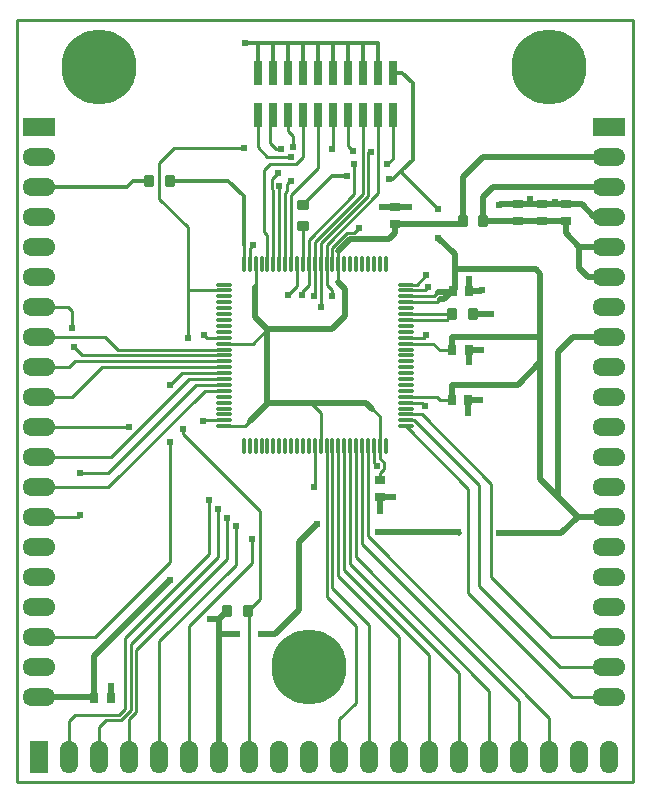
<source format=gtl>
G04*
G04 #@! TF.GenerationSoftware,Altium Limited,Altium Designer,18.1.9 (240)*
G04*
G04 Layer_Physical_Order=1*
G04 Layer_Color=255*
%FSLAX25Y25*%
%MOIN*%
G70*
G01*
G75*
%ADD12C,0.01200*%
%ADD15C,0.01000*%
%ADD16R,0.02953X0.03740*%
G04:AMPARAMS|DCode=17|XSize=39.37mil|YSize=35.43mil|CornerRadius=4.43mil|HoleSize=0mil|Usage=FLASHONLY|Rotation=270.000|XOffset=0mil|YOffset=0mil|HoleType=Round|Shape=RoundedRectangle|*
%AMROUNDEDRECTD17*
21,1,0.03937,0.02657,0,0,270.0*
21,1,0.03051,0.03543,0,0,270.0*
1,1,0.00886,-0.01329,-0.01526*
1,1,0.00886,-0.01329,0.01526*
1,1,0.00886,0.01329,0.01526*
1,1,0.00886,0.01329,-0.01526*
%
%ADD17ROUNDEDRECTD17*%
G04:AMPARAMS|DCode=20|XSize=39.37mil|YSize=35.43mil|CornerRadius=4.43mil|HoleSize=0mil|Usage=FLASHONLY|Rotation=0.000|XOffset=0mil|YOffset=0mil|HoleType=Round|Shape=RoundedRectangle|*
%AMROUNDEDRECTD20*
21,1,0.03937,0.02657,0,0,0.0*
21,1,0.03051,0.03543,0,0,0.0*
1,1,0.00886,0.01526,-0.01329*
1,1,0.00886,-0.01526,-0.01329*
1,1,0.00886,-0.01526,0.01329*
1,1,0.00886,0.01526,0.01329*
%
%ADD20ROUNDEDRECTD20*%
%ADD21R,0.03740X0.02953*%
%ADD22R,0.02992X0.08071*%
%ADD35O,0.01181X0.05512*%
%ADD36O,0.05512X0.01181*%
%ADD37C,0.02000*%
%ADD38C,0.25000*%
%ADD39O,0.11000X0.06000*%
%ADD40R,0.11000X0.06000*%
%ADD41O,0.06000X0.11000*%
%ADD42R,0.06000X0.11000*%
%ADD43C,0.02400*%
D12*
X445500Y347500D02*
X448500Y350500D01*
Y349500D02*
Y350500D01*
X452000Y354000D01*
X448500Y349500D02*
X460500Y337500D01*
X445311Y383000D02*
X448500D01*
X452000Y379500D01*
Y354000D02*
Y379500D01*
X444000Y347500D02*
X445500D01*
X415311Y338815D02*
X425002Y348506D01*
X430000D01*
X395626Y325500D02*
Y341874D01*
X415500Y383000D02*
Y393000D01*
X396000D02*
X400000D01*
X420311D02*
X425311D01*
X415500D02*
X420311D01*
Y383000D02*
Y393000D01*
X425311D02*
X430311D01*
X425311Y383000D02*
Y393000D01*
X430311D02*
X435311D01*
X430311Y383000D02*
Y393000D01*
X435311D02*
X440311D01*
X435311Y383000D02*
Y393000D01*
X440311Y383000D02*
Y393000D01*
X415311Y383000D02*
X415500D01*
X410311Y393000D02*
X415500D01*
X410311Y383000D02*
Y393000D01*
X405311D02*
X410311D01*
X400000D02*
X405311D01*
Y383000D02*
Y393000D01*
X400000D02*
X400311Y392689D01*
Y383000D02*
Y392689D01*
X445311Y383000D02*
X445500Y383189D01*
X390500Y347000D02*
X395626Y341874D01*
X370847Y347000D02*
X390500D01*
X358531D02*
X364154D01*
X356532Y345000D02*
X358531Y347000D01*
X327500Y345000D02*
X356532D01*
D15*
X327500Y265000D02*
X357500D01*
X425000Y357500D02*
X425311Y357811D01*
X393000Y219000D02*
Y232000D01*
X375500Y262500D02*
X400900Y237100D01*
X396847Y203500D02*
X400900Y207554D01*
X377500Y198638D02*
X398500Y219638D01*
X400900Y207554D02*
Y237100D01*
X398500Y219638D02*
Y227500D01*
X390000Y234500D02*
X390154Y234347D01*
X387000Y221500D02*
Y237598D01*
X390154Y221000D02*
Y234347D01*
X419248Y252752D02*
Y258500D01*
Y245248D02*
Y252752D01*
X419000Y245000D02*
X419248Y245248D01*
X410311Y309000D02*
X413343Y312032D01*
X377500Y155000D02*
Y198638D01*
X367500Y193500D02*
X393000Y219000D01*
X367500Y155000D02*
Y193500D01*
X359700Y190547D02*
X390154Y221000D01*
X359700Y169892D02*
Y190547D01*
X357500Y167692D02*
X359700Y169892D01*
X357500Y155000D02*
Y167692D01*
X358000Y192500D02*
X387000Y221500D01*
X358000Y170596D02*
Y192500D01*
X354704Y167300D02*
X358000Y170596D01*
X349800Y167300D02*
X354704D01*
X347500Y165000D02*
X349800Y167300D01*
X347500Y155000D02*
Y165000D01*
X384000Y222500D02*
Y240500D01*
X356000Y194500D02*
X384000Y222500D01*
X350500Y245000D02*
X382504Y277004D01*
X388933D01*
X356000Y171000D02*
Y194500D01*
X354000Y169000D02*
X356000Y171000D01*
X339500Y169000D02*
X354000D01*
X337500Y167000D02*
X339500Y169000D01*
X337500Y155000D02*
Y167000D01*
X440902Y247256D02*
Y249507D01*
X442400Y251006D01*
Y252994D01*
X440902Y254492D02*
X442400Y252994D01*
X440902Y254492D02*
Y258500D01*
X438933Y253067D02*
X440000Y252000D01*
X438933Y253067D02*
Y258500D01*
X435311Y357215D02*
Y369024D01*
X435211Y357115D02*
X435311Y357215D01*
X435211Y342711D02*
Y357115D01*
X419248Y326748D02*
X435211Y342711D01*
X440311Y357583D02*
X440400Y357494D01*
Y355506D02*
Y357494D01*
X440311Y355417D02*
X440400Y355506D01*
X411374Y342406D02*
X420311Y351343D01*
X411374Y319130D02*
Y342406D01*
X410000Y346000D02*
X411000Y347000D01*
X410000Y343500D02*
Y346000D01*
X409406Y342905D02*
X410000Y343500D01*
X415311Y354811D02*
Y369024D01*
X413000Y352500D02*
X415311Y354811D01*
X404500Y352500D02*
X413000D01*
X412127Y358189D02*
Y361810D01*
X411374Y362563D02*
X412127Y361810D01*
X411374Y362563D02*
X411406Y362595D01*
X404500Y368213D02*
X405311Y369024D01*
X404500Y359500D02*
Y368213D01*
Y359500D02*
X406500Y357500D01*
X402500Y330000D02*
X403500Y329000D01*
Y319130D02*
Y329000D01*
X402500Y330000D02*
Y350500D01*
X404500Y352500D01*
X407437Y319130D02*
Y345437D01*
X409406Y319130D02*
Y342905D01*
X405037Y344443D02*
Y347537D01*
Y344443D02*
X405469Y344011D01*
Y319130D02*
Y344011D01*
X397594Y324403D02*
X398752Y325560D01*
X395626Y322283D02*
Y325500D01*
X405037Y347537D02*
X407000Y349500D01*
X430089Y329700D02*
X432300D01*
X424922Y324533D02*
X430089Y329700D01*
X424922Y322711D02*
Y324533D01*
X440311Y357583D02*
Y369024D01*
Y342907D02*
Y355417D01*
X423185Y325781D02*
X440311Y342907D01*
X423185Y319130D02*
Y325781D01*
X436911Y341911D02*
Y356411D01*
X421216Y326217D02*
X436911Y341911D01*
X421216Y319130D02*
Y326217D01*
X419248Y319130D02*
Y326748D01*
X432500Y342657D02*
Y352500D01*
X417279Y327437D02*
X432500Y342657D01*
X417279Y319130D02*
Y327437D01*
X432300Y329700D02*
X434000Y331400D01*
X424922Y322711D02*
X425153Y322479D01*
Y319130D02*
Y322479D01*
X397594Y319130D02*
Y324403D01*
X382500Y295500D02*
X383279Y294721D01*
X388933D01*
X382000Y267000D02*
X382161Y267161D01*
X388933D01*
X463279Y300626D02*
X465154Y302500D01*
X449563Y300626D02*
X463279D01*
X449563Y310469D02*
X455905D01*
X457000Y311563D01*
X455721Y294721D02*
X456500Y295500D01*
X454933Y273067D02*
X456000Y272000D01*
X449563Y275035D02*
X459965D01*
X449563Y273067D02*
X454933D01*
X449563Y292752D02*
X458748D01*
X449563Y302594D02*
X465059D01*
X449563Y294721D02*
X455721D01*
X453437Y312437D02*
X456500Y315500D01*
X449563Y312437D02*
X453437D01*
X449563Y308500D02*
X459000D01*
X460500Y310000D01*
X460032Y306532D02*
X461000Y307500D01*
X449563Y306532D02*
X460032D01*
X461000Y290500D02*
X465142D01*
X458748Y292752D02*
X461000Y290500D01*
Y274000D02*
X464988D01*
X459965Y275035D02*
X461000Y274000D01*
X465059Y302594D02*
X465154Y302500D01*
X338500Y298000D02*
Y303500D01*
X337000Y305000D02*
X338500Y303500D01*
X327500Y305000D02*
X337000D01*
X339000Y291500D02*
X341685Y288815D01*
X388933D01*
X395626Y357811D02*
X395811D01*
X372311D02*
X395626D01*
X367500Y353000D02*
X372311Y357811D01*
X367500Y341000D02*
Y353000D01*
Y341000D02*
X377000Y331500D01*
Y310248D02*
Y331500D01*
X425000Y357500D02*
X425153D01*
X425311Y357811D02*
Y369024D01*
X377000Y294721D02*
Y310248D01*
X377221Y310469D01*
X388933D01*
X375500Y262500D02*
Y264252D01*
X396847Y203500D02*
X397500Y202847D01*
Y155000D02*
Y202847D01*
X438500Y271000D02*
X440902Y268598D01*
Y258500D02*
Y268598D01*
X417996Y273000D02*
X421216Y269779D01*
Y258500D02*
Y269779D01*
X396000Y265193D02*
X397807Y267000D01*
X388933Y265193D02*
X396000D01*
X399500Y311500D02*
X399563Y311563D01*
Y319130D01*
X398752Y292752D02*
X403500Y297500D01*
X388933Y292752D02*
X398752D01*
X427122Y313378D02*
Y319130D01*
X425000Y308500D02*
Y310469D01*
X423185Y312283D02*
X425000Y310469D01*
X423185Y312283D02*
Y319130D01*
X421500Y305000D02*
Y310500D01*
X421216Y310784D02*
X421500Y310500D01*
X421216Y310784D02*
Y319130D01*
X419000Y308500D02*
X419248Y308748D01*
Y319130D01*
X410311Y309000D02*
X410500D01*
X413343Y312032D02*
Y319130D01*
X415000Y309000D02*
Y310000D01*
X417279Y312280D01*
Y319130D01*
X437000Y356500D02*
X438000D01*
X498000Y195000D02*
X517500D01*
X478000Y215000D02*
X498000Y195000D01*
X478000Y215000D02*
Y246000D01*
X454870Y269130D02*
X478000Y246000D01*
X449563Y269130D02*
X454870D01*
X501000Y185000D02*
X517500D01*
X474000Y212000D02*
X501000Y185000D01*
X474000Y212000D02*
Y245500D01*
X452339Y267161D02*
X474000Y245500D01*
X505000Y175000D02*
X517500D01*
X470500Y209500D02*
X505000Y175000D01*
X449563Y267161D02*
X452339D01*
X470500Y209500D02*
Y244256D01*
X449563Y265193D02*
X470500Y244256D01*
X497500Y155000D02*
Y168000D01*
X436965Y228535D02*
X497500Y168000D01*
X436965Y228535D02*
Y258500D01*
X487500Y155000D02*
Y173500D01*
X434996Y226004D02*
X487500Y173500D01*
X434996Y226004D02*
Y258500D01*
X477500Y155000D02*
Y177000D01*
X433028Y221472D02*
X477500Y177000D01*
X433028Y221472D02*
Y258500D01*
X467500Y155000D02*
Y183000D01*
X431059Y219441D02*
X467500Y183000D01*
X431059Y219441D02*
Y258500D01*
X457500Y155000D02*
Y189000D01*
X429090Y217409D02*
X457500Y189000D01*
X429090Y217409D02*
Y258500D01*
X447500Y155000D02*
Y195000D01*
X427122Y215378D02*
X447500Y195000D01*
X427122Y215378D02*
Y258500D01*
X437500Y155000D02*
Y198965D01*
X425153Y211311D02*
X437500Y198965D01*
X425153Y211311D02*
Y258500D01*
X427500Y155000D02*
Y167500D01*
X433000Y173000D01*
Y198528D01*
X423185Y208343D02*
X433000Y198528D01*
X423185Y208343D02*
Y258500D01*
X371000Y278972D02*
X374937Y282909D01*
X388933D01*
X370847Y220153D02*
Y260000D01*
Y220153D02*
X371000Y220000D01*
X379689Y278972D02*
X388933D01*
X350217Y249500D02*
X379689Y278972D01*
X346000Y195000D02*
X371000Y220000D01*
X327500Y195000D02*
X346000D01*
X340500Y235000D02*
X341000Y235500D01*
X327500Y235000D02*
X340500D01*
X341000Y249500D02*
X350217D01*
X327500Y245000D02*
X350500D01*
X377441Y280941D02*
X388933D01*
X351500Y255000D02*
X377441Y280941D01*
X327500Y255000D02*
X351500D01*
X327500Y275000D02*
X338500D01*
X348378Y284878D01*
X388933D01*
X327500Y285000D02*
X337500D01*
X339347Y286846D01*
X388933D01*
X327500Y295000D02*
X349500D01*
X353716Y290784D01*
X388933D01*
X427122Y319130D02*
Y323622D01*
X420311Y351343D02*
Y369024D01*
X415311Y319130D02*
Y332122D01*
X411000Y347000D02*
X411500D01*
X443500Y352500D02*
X445311Y354311D01*
Y369024D01*
X436911Y356411D02*
X437000Y356500D01*
X430311Y358689D02*
X432000Y357000D01*
X430311Y358689D02*
Y369024D01*
X410311Y363689D02*
X411406Y362595D01*
X410311Y363689D02*
Y369024D01*
X406500Y357500D02*
X408000D01*
X403500Y355000D02*
X411374D01*
X400311Y358189D02*
X403500Y355000D01*
X400311Y358189D02*
Y369024D01*
X395504Y319130D02*
Y322161D01*
X395626Y322283D01*
X320000Y146500D02*
X525500D01*
Y400500D01*
X320000D02*
X525500D01*
X320000Y146500D02*
Y400500D01*
D16*
X351256Y174500D02*
D03*
X345744D02*
D03*
X470500Y274000D02*
D03*
X464988D02*
D03*
X470756Y310248D02*
D03*
X465244D02*
D03*
X470653Y290500D02*
D03*
X465142D02*
D03*
D17*
X396847Y203500D02*
D03*
X390154D02*
D03*
X468653Y333500D02*
D03*
X475347D02*
D03*
X465154Y302500D02*
D03*
X471846D02*
D03*
X370847Y347000D02*
D03*
X364154D02*
D03*
D20*
X415311Y338815D02*
D03*
Y332122D02*
D03*
D21*
X446000Y332744D02*
D03*
Y338256D02*
D03*
X503000Y333744D02*
D03*
Y339256D02*
D03*
X495000Y333744D02*
D03*
Y339256D02*
D03*
X487000Y333744D02*
D03*
Y339256D02*
D03*
X440902Y247256D02*
D03*
Y241744D02*
D03*
D22*
X400311Y369024D02*
D03*
X405311D02*
D03*
X410311D02*
D03*
X415311D02*
D03*
X420311D02*
D03*
X400311Y383000D02*
D03*
X405311D02*
D03*
X410311D02*
D03*
X415311D02*
D03*
X420311D02*
D03*
X445311D02*
D03*
Y369024D02*
D03*
X440311Y383000D02*
D03*
Y369024D02*
D03*
X435311Y383000D02*
D03*
Y369024D02*
D03*
X430311Y383000D02*
D03*
Y369024D02*
D03*
X425311Y383000D02*
D03*
Y369024D02*
D03*
D35*
X442870Y258500D02*
D03*
X440902D02*
D03*
X438933D02*
D03*
X436965D02*
D03*
X434996D02*
D03*
X433028D02*
D03*
X431059D02*
D03*
X429090D02*
D03*
X427122D02*
D03*
X425153D02*
D03*
X423185D02*
D03*
X421216D02*
D03*
X419248D02*
D03*
X417279D02*
D03*
X415311D02*
D03*
X413343D02*
D03*
X411374D02*
D03*
X409406D02*
D03*
X407437D02*
D03*
X405469D02*
D03*
X403500D02*
D03*
X401532D02*
D03*
X399563D02*
D03*
X397594D02*
D03*
X395626D02*
D03*
Y319130D02*
D03*
X397594D02*
D03*
X399563D02*
D03*
X401532D02*
D03*
X403500D02*
D03*
X405469D02*
D03*
X407437D02*
D03*
X409406D02*
D03*
X411374D02*
D03*
X413343D02*
D03*
X415311D02*
D03*
X417279D02*
D03*
X419248D02*
D03*
X421216D02*
D03*
X423185D02*
D03*
X425153D02*
D03*
X427122D02*
D03*
X429090D02*
D03*
X431059D02*
D03*
X433028D02*
D03*
X434996D02*
D03*
X436965D02*
D03*
X438933D02*
D03*
X440902D02*
D03*
X442870D02*
D03*
D36*
X388933Y265193D02*
D03*
Y267161D02*
D03*
Y269130D02*
D03*
Y271098D02*
D03*
Y273067D02*
D03*
Y275035D02*
D03*
Y277004D02*
D03*
Y278972D02*
D03*
Y280941D02*
D03*
Y282909D02*
D03*
Y284878D02*
D03*
Y286846D02*
D03*
Y288815D02*
D03*
Y290784D02*
D03*
Y292752D02*
D03*
Y294721D02*
D03*
Y296689D02*
D03*
Y298657D02*
D03*
Y300626D02*
D03*
Y302594D02*
D03*
Y304563D02*
D03*
Y306532D02*
D03*
Y308500D02*
D03*
Y310469D02*
D03*
Y312437D02*
D03*
X449563D02*
D03*
Y310469D02*
D03*
Y308500D02*
D03*
Y306532D02*
D03*
Y304563D02*
D03*
Y302594D02*
D03*
Y300626D02*
D03*
Y298657D02*
D03*
Y296689D02*
D03*
Y294721D02*
D03*
Y292752D02*
D03*
Y290784D02*
D03*
Y288815D02*
D03*
Y286846D02*
D03*
Y284878D02*
D03*
Y282909D02*
D03*
Y280941D02*
D03*
Y278972D02*
D03*
Y277004D02*
D03*
Y275035D02*
D03*
Y273067D02*
D03*
Y271098D02*
D03*
Y269130D02*
D03*
Y267161D02*
D03*
Y265193D02*
D03*
D37*
X501500Y229500D02*
X507000Y235000D01*
X480815Y229500D02*
X501500D01*
X460500Y328000D02*
X466000Y322500D01*
Y317500D02*
Y322500D01*
X467000Y230000D02*
X467500Y229500D01*
X440500Y230000D02*
X467000D01*
X414000Y226500D02*
X420000Y232500D01*
X414000Y204000D02*
Y226500D01*
X406000Y196000D02*
X414000Y204000D01*
X401500Y196000D02*
X406000D01*
X387500D02*
Y200847D01*
Y155000D02*
Y196000D01*
X393500D01*
X500000Y242000D02*
X507000Y235000D01*
X494500Y247500D02*
X500000Y242000D01*
X500500Y242500D01*
Y290000D01*
X505500Y295000D01*
X517500D01*
X494500Y247500D02*
Y286500D01*
X507000Y235000D02*
X517500D01*
X384500Y201000D02*
X384653Y200847D01*
X387500D01*
X345744Y188744D02*
X371000Y214000D01*
X345744Y174500D02*
Y188744D01*
X345244Y175000D02*
X345744Y174500D01*
X327500Y175000D02*
X345244D01*
X387500Y200847D02*
X390154Y203500D01*
X351256Y174500D02*
Y178500D01*
X440902Y241744D02*
X445500D01*
X441000Y237000D02*
Y237500D01*
X440902Y237598D02*
X441000Y237500D01*
X440902Y237598D02*
Y241744D01*
X499500Y339256D02*
X503000D01*
X495000D02*
X499500D01*
X487000D02*
X491000D01*
X495000D01*
X470756Y310248D02*
Y314244D01*
X470653Y286709D02*
Y290500D01*
X470500Y269779D02*
Y274000D01*
X474500D01*
X470653Y290500D02*
X474717D01*
X474748Y310248D02*
X475000Y310500D01*
X470756Y310248D02*
X474748D01*
X465244D02*
X466000Y311004D01*
X464996Y310000D02*
X465244Y310248D01*
X466000Y311004D02*
Y317500D01*
X493000D01*
X494500Y316000D01*
Y295000D02*
Y316000D01*
X465268Y295000D02*
X494500D01*
Y286500D02*
Y295000D01*
X487000Y279000D02*
X494500Y286500D01*
X465016Y279000D02*
X487000D01*
X464988Y278972D02*
X465016Y279000D01*
X464988Y274000D02*
Y278972D01*
X465142Y290500D02*
Y294874D01*
X465268Y295000D01*
X462496Y307500D02*
X464996Y310000D01*
X460500D02*
X464996D01*
X461000Y307500D02*
X462496D01*
X471846Y302500D02*
X478000D01*
X480815Y338815D02*
X481256Y339256D01*
X491000D02*
Y341000D01*
X499500Y339256D02*
Y340000D01*
X441744Y338256D02*
X446000D01*
X450756D01*
X475347Y333500D02*
X502756D01*
X481256Y339256D02*
X487000D01*
X503000D02*
X508244D01*
X512500Y335000D02*
X517500D01*
X508244Y339256D02*
X512500Y335000D01*
X468653Y333500D02*
Y348256D01*
X475398Y355000D01*
X517500D01*
X475347Y333500D02*
Y341657D01*
X478689Y345000D01*
X517500D01*
X507500Y318000D02*
Y325000D01*
Y318000D02*
X510500Y315000D01*
X517500D01*
X503000Y329500D02*
Y333744D01*
Y329500D02*
X507500Y325000D01*
X517500D01*
X502756Y333500D02*
X503000Y333744D01*
X467898Y332744D02*
X468653Y333500D01*
X446000Y332744D02*
X467898D01*
X417996Y273000D02*
X436500D01*
X438500Y271000D01*
X403500Y272693D02*
X403807Y273000D01*
X417996D01*
X403500Y272693D02*
Y297500D01*
X397807Y267000D02*
X403500Y272693D01*
X399500Y301500D02*
X403500Y297500D01*
X399500Y301500D02*
Y311500D01*
X403500Y297500D02*
X425000D01*
X429500Y302000D01*
Y311000D01*
X427122Y313378D02*
X429500Y311000D01*
X446000Y329500D02*
Y332744D01*
X444000Y327500D02*
X446000Y329500D01*
X431000Y327500D02*
X444000D01*
X427122Y323622D02*
X431000Y327500D01*
D38*
X497500Y385000D02*
D03*
X347500D02*
D03*
X417500Y185000D02*
D03*
D39*
X517500Y175000D02*
D03*
Y185000D02*
D03*
Y195000D02*
D03*
Y205000D02*
D03*
Y215000D02*
D03*
Y225000D02*
D03*
Y235000D02*
D03*
Y245000D02*
D03*
Y255000D02*
D03*
Y265000D02*
D03*
Y275000D02*
D03*
Y285000D02*
D03*
Y295000D02*
D03*
Y305000D02*
D03*
Y315000D02*
D03*
Y325000D02*
D03*
Y335000D02*
D03*
Y345000D02*
D03*
Y355000D02*
D03*
X327500Y175000D02*
D03*
Y185000D02*
D03*
Y195000D02*
D03*
Y205000D02*
D03*
Y215000D02*
D03*
Y225000D02*
D03*
Y235000D02*
D03*
Y245000D02*
D03*
Y255000D02*
D03*
Y265000D02*
D03*
Y275000D02*
D03*
Y285000D02*
D03*
Y295000D02*
D03*
Y305000D02*
D03*
Y315000D02*
D03*
Y325000D02*
D03*
Y335000D02*
D03*
Y345000D02*
D03*
Y355000D02*
D03*
D40*
X517500Y365000D02*
D03*
X327500D02*
D03*
D41*
X517500Y155000D02*
D03*
X507500D02*
D03*
X497500D02*
D03*
X487500D02*
D03*
X477500D02*
D03*
X467500D02*
D03*
X457500D02*
D03*
X447500D02*
D03*
X437500D02*
D03*
X427500D02*
D03*
X417500D02*
D03*
X407500D02*
D03*
X397500D02*
D03*
X387500D02*
D03*
X377500D02*
D03*
X367500D02*
D03*
X357500D02*
D03*
X347500D02*
D03*
X337500D02*
D03*
D42*
X327500D02*
D03*
D43*
X357500Y265000D02*
D03*
X460500Y337500D02*
D03*
Y328000D02*
D03*
X444000Y347500D02*
D03*
X430000Y348506D02*
D03*
X480815Y229500D02*
D03*
X467000Y230000D02*
D03*
X440500D02*
D03*
X420000Y232500D02*
D03*
X401500Y196000D02*
D03*
X393500D02*
D03*
X384500Y201000D02*
D03*
X371000Y214000D02*
D03*
X393000Y232000D02*
D03*
X398500Y227500D02*
D03*
X390000Y234500D02*
D03*
X387000Y237598D02*
D03*
X419000Y245000D02*
D03*
X384000Y240500D02*
D03*
X351256Y178500D02*
D03*
X445500Y241744D02*
D03*
X441000Y237000D02*
D03*
X440000Y252000D02*
D03*
X412127Y358189D02*
D03*
X407437Y345437D02*
D03*
X398752Y325560D02*
D03*
X407000Y349500D02*
D03*
X434000Y331400D02*
D03*
X382500Y295500D02*
D03*
X382000Y267000D02*
D03*
X457000Y311563D02*
D03*
X456500Y295500D02*
D03*
X456000Y272000D02*
D03*
X456500Y315500D02*
D03*
X470756Y314244D02*
D03*
X470653Y286709D02*
D03*
X470500Y269779D02*
D03*
X474500Y274000D02*
D03*
X474717Y290500D02*
D03*
X475000Y310500D02*
D03*
X478000Y302500D02*
D03*
X338500Y298000D02*
D03*
X339000Y291500D02*
D03*
X395626Y357811D02*
D03*
X425153Y357500D02*
D03*
X377000Y294721D02*
D03*
X375500Y264252D02*
D03*
X480815Y338815D02*
D03*
X491000Y341000D02*
D03*
X499500Y340000D02*
D03*
X441744Y338256D02*
D03*
X450756D02*
D03*
X425000Y308500D02*
D03*
X421500Y305000D02*
D03*
X419000Y308500D02*
D03*
X410500Y309000D02*
D03*
X415000D02*
D03*
X432500Y352500D02*
D03*
X438000Y356500D02*
D03*
X396000Y393000D02*
D03*
X371000Y278972D02*
D03*
X370847Y260000D02*
D03*
X341000Y235500D02*
D03*
Y249500D02*
D03*
X411500Y347000D02*
D03*
X443500Y352500D02*
D03*
X432000Y357000D02*
D03*
X408000Y357500D02*
D03*
X411374Y355000D02*
D03*
M02*

</source>
